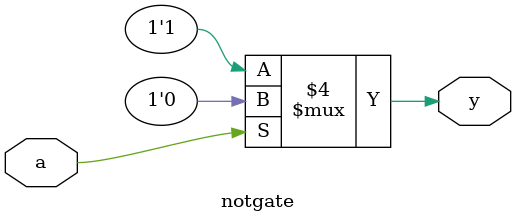
<source format=v>
module notgate(a,y);
input a;
output reg y;
always@(*)
begin
if (a==1)
    y=0;
else
    y=1;
end
endmodule
</source>
